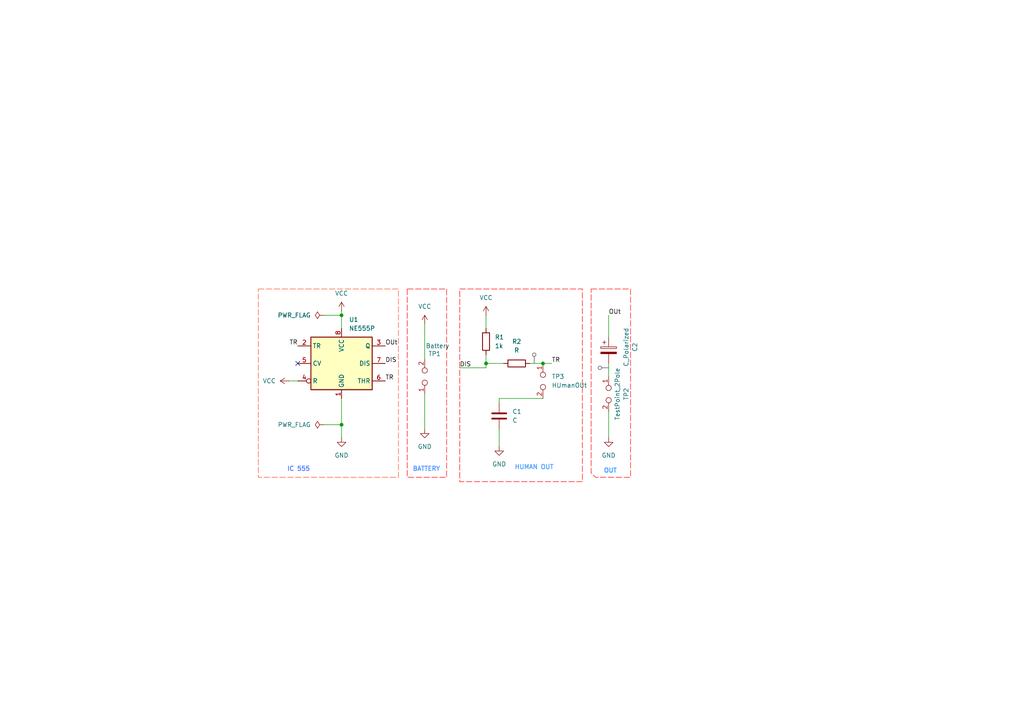
<source format=kicad_sch>
(kicad_sch
	(version 20250114)
	(generator "eeschema")
	(generator_version "9.0")
	(uuid "20b28942-5f7a-4f85-81a2-f1551f5b1a70")
	(paper "A4")
	(lib_symbols
		(symbol "Connector:TestPoint_2Pole"
			(pin_names
				(offset 0.762)
				(hide yes)
			)
			(exclude_from_sim no)
			(in_bom yes)
			(on_board yes)
			(property "Reference" "TP"
				(at 0 1.524 0)
				(effects
					(font
						(size 1.27 1.27)
					)
				)
			)
			(property "Value" "TestPoint_2Pole"
				(at 0 -1.778 0)
				(effects
					(font
						(size 1.27 1.27)
					)
				)
			)
			(property "Footprint" ""
				(at 0 0 0)
				(effects
					(font
						(size 1.27 1.27)
					)
					(hide yes)
				)
			)
			(property "Datasheet" "~"
				(at 0 0 0)
				(effects
					(font
						(size 1.27 1.27)
					)
					(hide yes)
				)
			)
			(property "Description" "2-polar test point"
				(at 0 0 0)
				(effects
					(font
						(size 1.27 1.27)
					)
					(hide yes)
				)
			)
			(property "ki_keywords" "point tp"
				(at 0 0 0)
				(effects
					(font
						(size 1.27 1.27)
					)
					(hide yes)
				)
			)
			(property "ki_fp_filters" "Pin* Test*"
				(at 0 0 0)
				(effects
					(font
						(size 1.27 1.27)
					)
					(hide yes)
				)
			)
			(symbol "TestPoint_2Pole_0_1"
				(circle
					(center -1.778 0)
					(radius 0.762)
					(stroke
						(width 0)
						(type default)
					)
					(fill
						(type none)
					)
				)
				(circle
					(center 1.778 0)
					(radius 0.762)
					(stroke
						(width 0)
						(type default)
					)
					(fill
						(type none)
					)
				)
				(pin passive line
					(at -5.08 0 0)
					(length 2.54)
					(name "1"
						(effects
							(font
								(size 1.27 1.27)
							)
						)
					)
					(number "1"
						(effects
							(font
								(size 1.27 1.27)
							)
						)
					)
				)
				(pin passive line
					(at 5.08 0 180)
					(length 2.54)
					(name "2"
						(effects
							(font
								(size 1.27 1.27)
							)
						)
					)
					(number "2"
						(effects
							(font
								(size 1.27 1.27)
							)
						)
					)
				)
			)
			(embedded_fonts no)
		)
		(symbol "Device:C"
			(pin_numbers
				(hide yes)
			)
			(pin_names
				(offset 0.254)
			)
			(exclude_from_sim no)
			(in_bom yes)
			(on_board yes)
			(property "Reference" "C"
				(at 0.635 2.54 0)
				(effects
					(font
						(size 1.27 1.27)
					)
					(justify left)
				)
			)
			(property "Value" "C"
				(at 0.635 -2.54 0)
				(effects
					(font
						(size 1.27 1.27)
					)
					(justify left)
				)
			)
			(property "Footprint" ""
				(at 0.9652 -3.81 0)
				(effects
					(font
						(size 1.27 1.27)
					)
					(hide yes)
				)
			)
			(property "Datasheet" "~"
				(at 0 0 0)
				(effects
					(font
						(size 1.27 1.27)
					)
					(hide yes)
				)
			)
			(property "Description" "Unpolarized capacitor"
				(at 0 0 0)
				(effects
					(font
						(size 1.27 1.27)
					)
					(hide yes)
				)
			)
			(property "ki_keywords" "cap capacitor"
				(at 0 0 0)
				(effects
					(font
						(size 1.27 1.27)
					)
					(hide yes)
				)
			)
			(property "ki_fp_filters" "C_*"
				(at 0 0 0)
				(effects
					(font
						(size 1.27 1.27)
					)
					(hide yes)
				)
			)
			(symbol "C_0_1"
				(polyline
					(pts
						(xy -2.032 0.762) (xy 2.032 0.762)
					)
					(stroke
						(width 0.508)
						(type default)
					)
					(fill
						(type none)
					)
				)
				(polyline
					(pts
						(xy -2.032 -0.762) (xy 2.032 -0.762)
					)
					(stroke
						(width 0.508)
						(type default)
					)
					(fill
						(type none)
					)
				)
			)
			(symbol "C_1_1"
				(pin passive line
					(at 0 3.81 270)
					(length 2.794)
					(name "~"
						(effects
							(font
								(size 1.27 1.27)
							)
						)
					)
					(number "1"
						(effects
							(font
								(size 1.27 1.27)
							)
						)
					)
				)
				(pin passive line
					(at 0 -3.81 90)
					(length 2.794)
					(name "~"
						(effects
							(font
								(size 1.27 1.27)
							)
						)
					)
					(number "2"
						(effects
							(font
								(size 1.27 1.27)
							)
						)
					)
				)
			)
			(embedded_fonts no)
		)
		(symbol "Device:C_Polarized"
			(pin_numbers
				(hide yes)
			)
			(pin_names
				(offset 0.254)
			)
			(exclude_from_sim no)
			(in_bom yes)
			(on_board yes)
			(property "Reference" "C"
				(at 0.635 2.54 0)
				(effects
					(font
						(size 1.27 1.27)
					)
					(justify left)
				)
			)
			(property "Value" "C_Polarized"
				(at 0.635 -2.54 0)
				(effects
					(font
						(size 1.27 1.27)
					)
					(justify left)
				)
			)
			(property "Footprint" ""
				(at 0.9652 -3.81 0)
				(effects
					(font
						(size 1.27 1.27)
					)
					(hide yes)
				)
			)
			(property "Datasheet" "~"
				(at 0 0 0)
				(effects
					(font
						(size 1.27 1.27)
					)
					(hide yes)
				)
			)
			(property "Description" "Polarized capacitor"
				(at 0 0 0)
				(effects
					(font
						(size 1.27 1.27)
					)
					(hide yes)
				)
			)
			(property "ki_keywords" "cap capacitor"
				(at 0 0 0)
				(effects
					(font
						(size 1.27 1.27)
					)
					(hide yes)
				)
			)
			(property "ki_fp_filters" "CP_*"
				(at 0 0 0)
				(effects
					(font
						(size 1.27 1.27)
					)
					(hide yes)
				)
			)
			(symbol "C_Polarized_0_1"
				(rectangle
					(start -2.286 0.508)
					(end 2.286 1.016)
					(stroke
						(width 0)
						(type default)
					)
					(fill
						(type none)
					)
				)
				(polyline
					(pts
						(xy -1.778 2.286) (xy -0.762 2.286)
					)
					(stroke
						(width 0)
						(type default)
					)
					(fill
						(type none)
					)
				)
				(polyline
					(pts
						(xy -1.27 2.794) (xy -1.27 1.778)
					)
					(stroke
						(width 0)
						(type default)
					)
					(fill
						(type none)
					)
				)
				(rectangle
					(start 2.286 -0.508)
					(end -2.286 -1.016)
					(stroke
						(width 0)
						(type default)
					)
					(fill
						(type outline)
					)
				)
			)
			(symbol "C_Polarized_1_1"
				(pin passive line
					(at 0 3.81 270)
					(length 2.794)
					(name "~"
						(effects
							(font
								(size 1.27 1.27)
							)
						)
					)
					(number "1"
						(effects
							(font
								(size 1.27 1.27)
							)
						)
					)
				)
				(pin passive line
					(at 0 -3.81 90)
					(length 2.794)
					(name "~"
						(effects
							(font
								(size 1.27 1.27)
							)
						)
					)
					(number "2"
						(effects
							(font
								(size 1.27 1.27)
							)
						)
					)
				)
			)
			(embedded_fonts no)
		)
		(symbol "Device:R"
			(pin_numbers
				(hide yes)
			)
			(pin_names
				(offset 0)
			)
			(exclude_from_sim no)
			(in_bom yes)
			(on_board yes)
			(property "Reference" "R"
				(at 2.032 0 90)
				(effects
					(font
						(size 1.27 1.27)
					)
				)
			)
			(property "Value" "R"
				(at 0 0 90)
				(effects
					(font
						(size 1.27 1.27)
					)
				)
			)
			(property "Footprint" ""
				(at -1.778 0 90)
				(effects
					(font
						(size 1.27 1.27)
					)
					(hide yes)
				)
			)
			(property "Datasheet" "~"
				(at 0 0 0)
				(effects
					(font
						(size 1.27 1.27)
					)
					(hide yes)
				)
			)
			(property "Description" "Resistor"
				(at 0 0 0)
				(effects
					(font
						(size 1.27 1.27)
					)
					(hide yes)
				)
			)
			(property "ki_keywords" "R res resistor"
				(at 0 0 0)
				(effects
					(font
						(size 1.27 1.27)
					)
					(hide yes)
				)
			)
			(property "ki_fp_filters" "R_*"
				(at 0 0 0)
				(effects
					(font
						(size 1.27 1.27)
					)
					(hide yes)
				)
			)
			(symbol "R_0_1"
				(rectangle
					(start -1.016 -2.54)
					(end 1.016 2.54)
					(stroke
						(width 0.254)
						(type default)
					)
					(fill
						(type none)
					)
				)
			)
			(symbol "R_1_1"
				(pin passive line
					(at 0 3.81 270)
					(length 1.27)
					(name "~"
						(effects
							(font
								(size 1.27 1.27)
							)
						)
					)
					(number "1"
						(effects
							(font
								(size 1.27 1.27)
							)
						)
					)
				)
				(pin passive line
					(at 0 -3.81 90)
					(length 1.27)
					(name "~"
						(effects
							(font
								(size 1.27 1.27)
							)
						)
					)
					(number "2"
						(effects
							(font
								(size 1.27 1.27)
							)
						)
					)
				)
			)
			(embedded_fonts no)
		)
		(symbol "Timer:NE555P"
			(exclude_from_sim no)
			(in_bom yes)
			(on_board yes)
			(property "Reference" "U"
				(at -10.16 8.89 0)
				(effects
					(font
						(size 1.27 1.27)
					)
					(justify left)
				)
			)
			(property "Value" "NE555P"
				(at 2.54 8.89 0)
				(effects
					(font
						(size 1.27 1.27)
					)
					(justify left)
				)
			)
			(property "Footprint" "Package_DIP:DIP-8_W7.62mm"
				(at 16.51 -10.16 0)
				(effects
					(font
						(size 1.27 1.27)
					)
					(hide yes)
				)
			)
			(property "Datasheet" "http://www.ti.com/lit/ds/symlink/ne555.pdf"
				(at 21.59 -10.16 0)
				(effects
					(font
						(size 1.27 1.27)
					)
					(hide yes)
				)
			)
			(property "Description" "Precision Timers, 555 compatible,  PDIP-8"
				(at 0 0 0)
				(effects
					(font
						(size 1.27 1.27)
					)
					(hide yes)
				)
			)
			(property "ki_keywords" "single timer 555"
				(at 0 0 0)
				(effects
					(font
						(size 1.27 1.27)
					)
					(hide yes)
				)
			)
			(property "ki_fp_filters" "DIP*W7.62mm*"
				(at 0 0 0)
				(effects
					(font
						(size 1.27 1.27)
					)
					(hide yes)
				)
			)
			(symbol "NE555P_0_0"
				(pin power_in line
					(at 0 10.16 270)
					(length 2.54)
					(name "VCC"
						(effects
							(font
								(size 1.27 1.27)
							)
						)
					)
					(number "8"
						(effects
							(font
								(size 1.27 1.27)
							)
						)
					)
				)
				(pin power_in line
					(at 0 -10.16 90)
					(length 2.54)
					(name "GND"
						(effects
							(font
								(size 1.27 1.27)
							)
						)
					)
					(number "1"
						(effects
							(font
								(size 1.27 1.27)
							)
						)
					)
				)
			)
			(symbol "NE555P_0_1"
				(rectangle
					(start -8.89 -7.62)
					(end 8.89 7.62)
					(stroke
						(width 0.254)
						(type default)
					)
					(fill
						(type background)
					)
				)
				(rectangle
					(start -8.89 -7.62)
					(end 8.89 7.62)
					(stroke
						(width 0.254)
						(type default)
					)
					(fill
						(type background)
					)
				)
			)
			(symbol "NE555P_1_1"
				(pin input line
					(at -12.7 5.08 0)
					(length 3.81)
					(name "TR"
						(effects
							(font
								(size 1.27 1.27)
							)
						)
					)
					(number "2"
						(effects
							(font
								(size 1.27 1.27)
							)
						)
					)
				)
				(pin input line
					(at -12.7 0 0)
					(length 3.81)
					(name "CV"
						(effects
							(font
								(size 1.27 1.27)
							)
						)
					)
					(number "5"
						(effects
							(font
								(size 1.27 1.27)
							)
						)
					)
				)
				(pin input inverted
					(at -12.7 -5.08 0)
					(length 3.81)
					(name "R"
						(effects
							(font
								(size 1.27 1.27)
							)
						)
					)
					(number "4"
						(effects
							(font
								(size 1.27 1.27)
							)
						)
					)
				)
				(pin output line
					(at 12.7 5.08 180)
					(length 3.81)
					(name "Q"
						(effects
							(font
								(size 1.27 1.27)
							)
						)
					)
					(number "3"
						(effects
							(font
								(size 1.27 1.27)
							)
						)
					)
				)
				(pin input line
					(at 12.7 0 180)
					(length 3.81)
					(name "DIS"
						(effects
							(font
								(size 1.27 1.27)
							)
						)
					)
					(number "7"
						(effects
							(font
								(size 1.27 1.27)
							)
						)
					)
				)
				(pin input line
					(at 12.7 -5.08 180)
					(length 3.81)
					(name "THR"
						(effects
							(font
								(size 1.27 1.27)
							)
						)
					)
					(number "6"
						(effects
							(font
								(size 1.27 1.27)
							)
						)
					)
				)
			)
			(embedded_fonts no)
		)
		(symbol "power:GND"
			(power)
			(pin_numbers
				(hide yes)
			)
			(pin_names
				(offset 0)
				(hide yes)
			)
			(exclude_from_sim no)
			(in_bom yes)
			(on_board yes)
			(property "Reference" "#PWR"
				(at 0 -6.35 0)
				(effects
					(font
						(size 1.27 1.27)
					)
					(hide yes)
				)
			)
			(property "Value" "GND"
				(at 0 -3.81 0)
				(effects
					(font
						(size 1.27 1.27)
					)
				)
			)
			(property "Footprint" ""
				(at 0 0 0)
				(effects
					(font
						(size 1.27 1.27)
					)
					(hide yes)
				)
			)
			(property "Datasheet" ""
				(at 0 0 0)
				(effects
					(font
						(size 1.27 1.27)
					)
					(hide yes)
				)
			)
			(property "Description" "Power symbol creates a global label with name \"GND\" , ground"
				(at 0 0 0)
				(effects
					(font
						(size 1.27 1.27)
					)
					(hide yes)
				)
			)
			(property "ki_keywords" "global power"
				(at 0 0 0)
				(effects
					(font
						(size 1.27 1.27)
					)
					(hide yes)
				)
			)
			(symbol "GND_0_1"
				(polyline
					(pts
						(xy 0 0) (xy 0 -1.27) (xy 1.27 -1.27) (xy 0 -2.54) (xy -1.27 -1.27) (xy 0 -1.27)
					)
					(stroke
						(width 0)
						(type default)
					)
					(fill
						(type none)
					)
				)
			)
			(symbol "GND_1_1"
				(pin power_in line
					(at 0 0 270)
					(length 0)
					(name "~"
						(effects
							(font
								(size 1.27 1.27)
							)
						)
					)
					(number "1"
						(effects
							(font
								(size 1.27 1.27)
							)
						)
					)
				)
			)
			(embedded_fonts no)
		)
		(symbol "power:PWR_FLAG"
			(power)
			(pin_numbers
				(hide yes)
			)
			(pin_names
				(offset 0)
				(hide yes)
			)
			(exclude_from_sim no)
			(in_bom yes)
			(on_board yes)
			(property "Reference" "#FLG"
				(at 0 1.905 0)
				(effects
					(font
						(size 1.27 1.27)
					)
					(hide yes)
				)
			)
			(property "Value" "PWR_FLAG"
				(at 0 3.81 0)
				(effects
					(font
						(size 1.27 1.27)
					)
				)
			)
			(property "Footprint" ""
				(at 0 0 0)
				(effects
					(font
						(size 1.27 1.27)
					)
					(hide yes)
				)
			)
			(property "Datasheet" "~"
				(at 0 0 0)
				(effects
					(font
						(size 1.27 1.27)
					)
					(hide yes)
				)
			)
			(property "Description" "Special symbol for telling ERC where power comes from"
				(at 0 0 0)
				(effects
					(font
						(size 1.27 1.27)
					)
					(hide yes)
				)
			)
			(property "ki_keywords" "flag power"
				(at 0 0 0)
				(effects
					(font
						(size 1.27 1.27)
					)
					(hide yes)
				)
			)
			(symbol "PWR_FLAG_0_0"
				(pin power_out line
					(at 0 0 90)
					(length 0)
					(name "~"
						(effects
							(font
								(size 1.27 1.27)
							)
						)
					)
					(number "1"
						(effects
							(font
								(size 1.27 1.27)
							)
						)
					)
				)
			)
			(symbol "PWR_FLAG_0_1"
				(polyline
					(pts
						(xy 0 0) (xy 0 1.27) (xy -1.016 1.905) (xy 0 2.54) (xy 1.016 1.905) (xy 0 1.27)
					)
					(stroke
						(width 0)
						(type default)
					)
					(fill
						(type none)
					)
				)
			)
			(embedded_fonts no)
		)
		(symbol "power:VCC"
			(power)
			(pin_numbers
				(hide yes)
			)
			(pin_names
				(offset 0)
				(hide yes)
			)
			(exclude_from_sim no)
			(in_bom yes)
			(on_board yes)
			(property "Reference" "#PWR"
				(at 0 -3.81 0)
				(effects
					(font
						(size 1.27 1.27)
					)
					(hide yes)
				)
			)
			(property "Value" "VCC"
				(at 0 3.556 0)
				(effects
					(font
						(size 1.27 1.27)
					)
				)
			)
			(property "Footprint" ""
				(at 0 0 0)
				(effects
					(font
						(size 1.27 1.27)
					)
					(hide yes)
				)
			)
			(property "Datasheet" ""
				(at 0 0 0)
				(effects
					(font
						(size 1.27 1.27)
					)
					(hide yes)
				)
			)
			(property "Description" "Power symbol creates a global label with name \"VCC\""
				(at 0 0 0)
				(effects
					(font
						(size 1.27 1.27)
					)
					(hide yes)
				)
			)
			(property "ki_keywords" "global power"
				(at 0 0 0)
				(effects
					(font
						(size 1.27 1.27)
					)
					(hide yes)
				)
			)
			(symbol "VCC_0_1"
				(polyline
					(pts
						(xy -0.762 1.27) (xy 0 2.54)
					)
					(stroke
						(width 0)
						(type default)
					)
					(fill
						(type none)
					)
				)
				(polyline
					(pts
						(xy 0 2.54) (xy 0.762 1.27)
					)
					(stroke
						(width 0)
						(type default)
					)
					(fill
						(type none)
					)
				)
				(polyline
					(pts
						(xy 0 0) (xy 0 2.54)
					)
					(stroke
						(width 0)
						(type default)
					)
					(fill
						(type none)
					)
				)
			)
			(symbol "VCC_1_1"
				(pin power_in line
					(at 0 0 90)
					(length 0)
					(name "~"
						(effects
							(font
								(size 1.27 1.27)
							)
						)
					)
					(number "1"
						(effects
							(font
								(size 1.27 1.27)
							)
						)
					)
				)
			)
			(embedded_fonts no)
		)
	)
	(text "BATTERY"
		(exclude_from_sim no)
		(at 123.698 136.144 0)
		(effects
			(font
				(size 1.27 1.27)
				(thickness 0.254)
				(bold yes)
				(color 88 153 255 1)
			)
		)
		(uuid "33dafb1d-f681-4b22-b67f-84cdd6d00ec7")
	)
	(text "IC 555"
		(exclude_from_sim no)
		(at 86.614 136.144 0)
		(effects
			(font
				(size 1.27 1.27)
				(thickness 0.254)
				(bold yes)
				(color 93 133 255 1)
			)
		)
		(uuid "433ec828-6be0-46f5-93c5-6eceb3aefc07")
	)
	(text "OUT"
		(exclude_from_sim no)
		(at 177.038 136.652 0)
		(effects
			(font
				(size 1.27 1.27)
				(thickness 0.254)
				(bold yes)
				(color 62 160 255 1)
			)
		)
		(uuid "677d3300-fdc1-44e3-842e-5c0909d79f8e")
	)
	(text "HUMAN OUT"
		(exclude_from_sim no)
		(at 154.94 135.636 0)
		(effects
			(font
				(size 1.27 1.27)
				(thickness 0.254)
				(bold yes)
				(color 93 165 255 1)
			)
		)
		(uuid "edb2dcdc-d461-4c0f-8643-7a3e3e2b3fb8")
	)
	(junction
		(at 140.97 105.41)
		(diameter 0)
		(color 0 0 0 0)
		(uuid "47a29a98-82d9-4845-82cf-848e72e69764")
	)
	(junction
		(at 99.06 91.44)
		(diameter 0)
		(color 0 0 0 0)
		(uuid "5e6bda6c-7a53-436c-a0b9-84cc583442f1")
	)
	(junction
		(at 99.06 123.19)
		(diameter 0)
		(color 0 0 0 0)
		(uuid "c7fee593-26b6-4b26-94a4-dbfd23805003")
	)
	(junction
		(at 157.48 105.41)
		(diameter 0)
		(color 0 0 0 0)
		(uuid "da096bcc-6d8d-44a1-af5c-fc364c8ac61f")
	)
	(no_connect
		(at 86.36 105.41)
		(uuid "a55066a3-fd4e-4575-8463-381ca5e754dd")
	)
	(wire
		(pts
			(xy 83.82 110.49) (xy 86.36 110.49)
		)
		(stroke
			(width 0)
			(type default)
		)
		(uuid "004458e1-2211-435e-9030-a079058a58bd")
	)
	(wire
		(pts
			(xy 144.78 124.46) (xy 144.78 129.54)
		)
		(stroke
			(width 0)
			(type default)
		)
		(uuid "1238246c-a5d0-456e-a3db-d17af00b3c0c")
	)
	(wire
		(pts
			(xy 133.35 106.68) (xy 140.97 106.68)
		)
		(stroke
			(width 0)
			(type default)
		)
		(uuid "20d2a22c-e039-4ff5-b56b-ad1031e86d06")
	)
	(wire
		(pts
			(xy 93.98 123.19) (xy 99.06 123.19)
		)
		(stroke
			(width 0)
			(type default)
		)
		(uuid "247a5b31-8ac4-4f22-b895-3804572c05c7")
	)
	(wire
		(pts
			(xy 123.19 114.3) (xy 123.19 124.46)
		)
		(stroke
			(width 0)
			(type default)
		)
		(uuid "304d914c-4b93-401c-b087-64eb29107af6")
	)
	(wire
		(pts
			(xy 99.06 115.57) (xy 99.06 123.19)
		)
		(stroke
			(width 0)
			(type default)
		)
		(uuid "33fb66ea-079f-45a8-b6a7-a3e8a3b0e1eb")
	)
	(wire
		(pts
			(xy 153.67 105.41) (xy 157.48 105.41)
		)
		(stroke
			(width 0)
			(type default)
		)
		(uuid "3cbcddd1-20ca-4550-8a81-2a6ef7ad8fe7")
	)
	(wire
		(pts
			(xy 157.48 105.41) (xy 160.02 105.41)
		)
		(stroke
			(width 0)
			(type default)
		)
		(uuid "4248f06b-7d26-4834-a8b4-eb0ac97a7d93")
	)
	(wire
		(pts
			(xy 140.97 105.41) (xy 146.05 105.41)
		)
		(stroke
			(width 0)
			(type default)
		)
		(uuid "4a324198-7416-4a0f-a32c-e2bd14da1d2d")
	)
	(wire
		(pts
			(xy 99.06 91.44) (xy 99.06 95.25)
		)
		(stroke
			(width 0)
			(type default)
		)
		(uuid "52b0157f-df3a-4a49-b52c-df2d3146030c")
	)
	(wire
		(pts
			(xy 144.78 115.57) (xy 157.48 115.57)
		)
		(stroke
			(width 0)
			(type default)
		)
		(uuid "7156c2b7-f85c-4ff1-8279-784393272643")
	)
	(wire
		(pts
			(xy 99.06 90.17) (xy 99.06 91.44)
		)
		(stroke
			(width 0)
			(type default)
		)
		(uuid "7edf6889-7dc0-49f2-a4b2-cac81644f56e")
	)
	(wire
		(pts
			(xy 123.19 93.98) (xy 123.19 104.14)
		)
		(stroke
			(width 0)
			(type default)
		)
		(uuid "8012a3b8-cb9f-4136-b116-039ce607670a")
	)
	(wire
		(pts
			(xy 140.97 102.87) (xy 140.97 105.41)
		)
		(stroke
			(width 0)
			(type default)
		)
		(uuid "85b4cc98-68fc-44b3-9b3e-578f8ad1d081")
	)
	(wire
		(pts
			(xy 176.53 91.44) (xy 176.53 97.79)
		)
		(stroke
			(width 0)
			(type default)
		)
		(uuid "880ef026-83ff-4f70-b4df-020997b111ee")
	)
	(wire
		(pts
			(xy 140.97 106.68) (xy 140.97 105.41)
		)
		(stroke
			(width 0)
			(type default)
		)
		(uuid "96a0958d-4d7b-4878-b218-0c7dd8df1945")
	)
	(wire
		(pts
			(xy 93.98 91.44) (xy 99.06 91.44)
		)
		(stroke
			(width 0)
			(type default)
		)
		(uuid "96f30b05-8ffe-46bc-90aa-62989253e608")
	)
	(wire
		(pts
			(xy 140.97 91.44) (xy 140.97 95.25)
		)
		(stroke
			(width 0)
			(type default)
		)
		(uuid "a9efaeb0-70e4-47aa-acf9-46c95811ce37")
	)
	(wire
		(pts
			(xy 99.06 123.19) (xy 99.06 127)
		)
		(stroke
			(width 0)
			(type default)
		)
		(uuid "d282d311-b9af-4058-b8fa-ab4f27665e8d")
	)
	(wire
		(pts
			(xy 176.53 119.38) (xy 176.53 127)
		)
		(stroke
			(width 0)
			(type default)
		)
		(uuid "e8b2152d-7a02-4ba9-a69c-13b490342520")
	)
	(wire
		(pts
			(xy 144.78 115.57) (xy 144.78 116.84)
		)
		(stroke
			(width 0)
			(type default)
		)
		(uuid "ec22a5e4-bf5e-4ef7-ba87-4e433e24ec26")
	)
	(wire
		(pts
			(xy 176.53 105.41) (xy 176.53 109.22)
		)
		(stroke
			(width 0)
			(type default)
		)
		(uuid "f49a107c-5cfd-4387-a44d-fe79755d5db0")
	)
	(label "TR"
		(at 111.76 110.49 0)
		(effects
			(font
				(size 1.27 1.27)
			)
			(justify left bottom)
		)
		(uuid "2b67f20e-aebb-472b-a7e4-9f535d6c28bb")
	)
	(label "TR"
		(at 86.36 100.33 180)
		(effects
			(font
				(size 1.27 1.27)
			)
			(justify right bottom)
		)
		(uuid "3196b4d6-7ca2-4c39-8871-1cb37167a8b0")
	)
	(label "DIS"
		(at 111.76 105.41 0)
		(effects
			(font
				(size 1.27 1.27)
			)
			(justify left bottom)
		)
		(uuid "366fa314-6d93-4d64-8f00-dbe9118cd87a")
	)
	(label "OUt"
		(at 111.76 100.33 0)
		(effects
			(font
				(size 1.27 1.27)
			)
			(justify left bottom)
		)
		(uuid "40339888-d296-46d8-bab3-8eb9dcff0c4a")
	)
	(label "DIS"
		(at 133.35 106.68 0)
		(effects
			(font
				(size 1.27 1.27)
			)
			(justify left bottom)
		)
		(uuid "4e917981-f84c-43a8-8320-cdca3c679917")
	)
	(label "TR"
		(at 160.02 105.41 0)
		(effects
			(font
				(size 1.27 1.27)
			)
			(justify left bottom)
		)
		(uuid "b1256aa8-076b-452d-8eac-928d446aae93")
	)
	(label "OUt"
		(at 176.53 91.44 0)
		(effects
			(font
				(size 1.27 1.27)
			)
			(justify left bottom)
		)
		(uuid "fd15681b-6904-4133-b1e0-474ddcaca5bc")
	)
	(rule_area
		(polyline
			(pts
				(xy 133.35 83.82) (xy 168.91 83.82) (xy 168.91 139.7) (xy 133.35 139.7)
			)
			(stroke
				(width 0)
				(type dash)
			)
			(fill
				(type none)
			)
			(uuid 8d559495-e98e-489c-a5f1-e1c7cbd00223)
		)
	)
	(rule_area
		(polyline
			(pts
				(xy 171.45 83.82) (xy 182.88 83.82) (xy 182.88 138.43) (xy 172.72 138.43) (xy 171.45 137.16)
			)
			(stroke
				(width 0)
				(type dash)
			)
			(fill
				(type none)
			)
			(uuid 998bc419-5a41-4a79-8c45-f87438863ee2)
		)
	)
	(rule_area
		(polyline
			(pts
				(xy 118.11 83.82) (xy 118.11 138.43) (xy 129.54 138.43) (xy 129.54 83.82)
			)
			(stroke
				(width 0)
				(type dash)
			)
			(fill
				(type none)
			)
			(uuid c31b3064-09e3-4641-9b7d-6b4b44f62de4)
		)
	)
	(rule_area
		(polyline
			(pts
				(xy 74.93 83.82) (xy 115.57 83.82) (xy 115.57 138.43) (xy 74.93 138.43)
			)
			(stroke
				(width 0)
				(type dash)
				(color 255 76 35 1)
			)
			(fill
				(type none)
			)
			(uuid cfd003b9-1749-48a1-bb59-ec03348e1b3c)
		)
	)
	(netclass_flag ""
		(length 2.54)
		(shape round)
		(at 176.53 106.68 90)
		(fields_autoplaced yes)
		(effects
			(font
				(size 1.27 1.27)
			)
			(justify left bottom)
		)
		(uuid "32ba28be-8532-4ced-8453-0f9eeefe7ee5")
		(property "Netclass" "Signal"
			(at 173.99 105.9815 90)
			(effects
				(font
					(size 1.27 1.27)
				)
				(justify left)
				(hide yes)
			)
		)
		(property "Component Class" ""
			(at -19.05 -24.13 0)
			(effects
				(font
					(size 1.27 1.27)
					(italic yes)
				)
			)
		)
	)
	(netclass_flag ""
		(length 2.54)
		(shape round)
		(at 154.94 105.41 0)
		(fields_autoplaced yes)
		(effects
			(font
				(size 1.27 1.27)
			)
			(justify left bottom)
		)
		(uuid "430edd37-e7ba-45e8-8442-9a172629e714")
		(property "Netclass" "Signal"
			(at 155.6385 102.87 0)
			(effects
				(font
					(size 1.27 1.27)
				)
				(justify left)
				(hide yes)
			)
		)
		(property "Component Class" ""
			(at -40.64 -22.86 0)
			(effects
				(font
					(size 1.27 1.27)
					(italic yes)
				)
			)
		)
	)
	(symbol
		(lib_id "Device:R")
		(at 149.86 105.41 90)
		(unit 1)
		(exclude_from_sim no)
		(in_bom yes)
		(on_board yes)
		(dnp no)
		(fields_autoplaced yes)
		(uuid "2260482d-f60a-4cd2-a6db-3012a010d4e5")
		(property "Reference" "R2"
			(at 149.86 99.06 90)
			(effects
				(font
					(size 1.27 1.27)
				)
			)
		)
		(property "Value" "R"
			(at 149.86 101.6 90)
			(effects
				(font
					(size 1.27 1.27)
				)
			)
		)
		(property "Footprint" "Resistor_THT:R_Axial_DIN0207_L6.3mm_D2.5mm_P15.24mm_Horizontal"
			(at 149.86 107.188 90)
			(effects
				(font
					(size 1.27 1.27)
				)
				(hide yes)
			)
		)
		(property "Datasheet" "~"
			(at 149.86 105.41 0)
			(effects
				(font
					(size 1.27 1.27)
				)
				(hide yes)
			)
		)
		(property "Description" "Resistor"
			(at 149.86 105.41 0)
			(effects
				(font
					(size 1.27 1.27)
				)
				(hide yes)
			)
		)
		(pin "2"
			(uuid "0421b69d-9f59-4697-8fee-d9860439cca1")
		)
		(pin "1"
			(uuid "a97d4a6e-3fa6-4f15-abe2-390a69b699c7")
		)
		(instances
			(project ""
				(path "/20b28942-5f7a-4f85-81a2-f1551f5b1a70"
					(reference "R2")
					(unit 1)
				)
			)
		)
	)
	(symbol
		(lib_id "Connector:TestPoint_2Pole")
		(at 176.53 114.3 270)
		(unit 1)
		(exclude_from_sim no)
		(in_bom yes)
		(on_board yes)
		(dnp no)
		(fields_autoplaced yes)
		(uuid "2ba44282-a7f3-4cee-b533-503cf88c3c70")
		(property "Reference" "TP2"
			(at 181.61 114.3 0)
			(effects
				(font
					(size 1.27 1.27)
				)
			)
		)
		(property "Value" "TestPoint_2Pole"
			(at 179.07 114.3 0)
			(effects
				(font
					(size 1.27 1.27)
				)
			)
		)
		(property "Footprint" "Connector_PinSocket_2.54mm:PinSocket_1x02_P2.54mm_Vertical"
			(at 176.53 114.3 0)
			(effects
				(font
					(size 1.27 1.27)
				)
				(hide yes)
			)
		)
		(property "Datasheet" "~"
			(at 176.53 114.3 0)
			(effects
				(font
					(size 1.27 1.27)
				)
				(hide yes)
			)
		)
		(property "Description" "2-polar test point"
			(at 176.53 114.3 0)
			(effects
				(font
					(size 1.27 1.27)
				)
				(hide yes)
			)
		)
		(pin "1"
			(uuid "75097ebc-0a7f-4b1a-8540-e3ddd6911e55")
		)
		(pin "2"
			(uuid "063c6e02-ef1a-4f84-a825-c0c70cd9dd4f")
		)
		(instances
			(project ""
				(path "/20b28942-5f7a-4f85-81a2-f1551f5b1a70"
					(reference "TP2")
					(unit 1)
				)
			)
		)
	)
	(symbol
		(lib_id "Connector:TestPoint_2Pole")
		(at 123.19 109.22 90)
		(unit 1)
		(exclude_from_sim no)
		(in_bom yes)
		(on_board yes)
		(dnp no)
		(uuid "349adfe5-ee41-4523-804d-1bc54bc757d3")
		(property "Reference" "TP1"
			(at 124.206 102.6159 90)
			(effects
				(font
					(size 1.27 1.27)
				)
				(justify right)
			)
		)
		(property "Value" "Battery"
			(at 123.444 100.33 90)
			(effects
				(font
					(size 1.27 1.27)
				)
				(justify right)
			)
		)
		(property "Footprint" "Connector_PinSocket_2.54mm:PinSocket_1x02_P2.54mm_Vertical"
			(at 123.19 109.22 0)
			(effects
				(font
					(size 1.27 1.27)
				)
				(hide yes)
			)
		)
		(property "Datasheet" "~"
			(at 123.19 109.22 0)
			(effects
				(font
					(size 1.27 1.27)
				)
				(hide yes)
			)
		)
		(property "Description" "2-polar test point"
			(at 123.19 109.22 0)
			(effects
				(font
					(size 1.27 1.27)
				)
				(hide yes)
			)
		)
		(pin "1"
			(uuid "6bcbf111-708c-4cc7-8145-2be707f82150")
		)
		(pin "2"
			(uuid "60c5f907-51bc-43fb-99fd-554c05bc7bdf")
		)
		(instances
			(project ""
				(path "/20b28942-5f7a-4f85-81a2-f1551f5b1a70"
					(reference "TP1")
					(unit 1)
				)
			)
		)
	)
	(symbol
		(lib_id "Device:C_Polarized")
		(at 176.53 101.6 0)
		(unit 1)
		(exclude_from_sim no)
		(in_bom yes)
		(on_board yes)
		(dnp no)
		(fields_autoplaced yes)
		(uuid "3874c7b0-a305-4bf2-91ef-6e55bdd67fc1")
		(property "Reference" "C2"
			(at 184.15 100.711 90)
			(effects
				(font
					(size 1.27 1.27)
				)
			)
		)
		(property "Value" "C_Polarized"
			(at 181.61 100.711 90)
			(effects
				(font
					(size 1.27 1.27)
				)
			)
		)
		(property "Footprint" "Capacitor_THT:C_Radial_D8.0mm_H11.5mm_P3.50mm"
			(at 177.4952 105.41 0)
			(effects
				(font
					(size 1.27 1.27)
				)
				(hide yes)
			)
		)
		(property "Datasheet" "~"
			(at 176.53 101.6 0)
			(effects
				(font
					(size 1.27 1.27)
				)
				(hide yes)
			)
		)
		(property "Description" "Polarized capacitor"
			(at 176.53 101.6 0)
			(effects
				(font
					(size 1.27 1.27)
				)
				(hide yes)
			)
		)
		(pin "1"
			(uuid "9812f033-9868-44ff-9e7c-266ba9e70077")
		)
		(pin "2"
			(uuid "d027af20-f75c-41b9-ba06-1a9e127700ae")
		)
		(instances
			(project ""
				(path "/20b28942-5f7a-4f85-81a2-f1551f5b1a70"
					(reference "C2")
					(unit 1)
				)
			)
		)
	)
	(symbol
		(lib_id "power:VCC")
		(at 99.06 90.17 0)
		(unit 1)
		(exclude_from_sim no)
		(in_bom yes)
		(on_board yes)
		(dnp no)
		(fields_autoplaced yes)
		(uuid "3a6f8706-5f4f-4e5b-85ed-433ab5841711")
		(property "Reference" "#PWR01"
			(at 99.06 93.98 0)
			(effects
				(font
					(size 1.27 1.27)
				)
				(hide yes)
			)
		)
		(property "Value" "VCC"
			(at 99.06 85.09 0)
			(effects
				(font
					(size 1.27 1.27)
				)
			)
		)
		(property "Footprint" ""
			(at 99.06 90.17 0)
			(effects
				(font
					(size 1.27 1.27)
				)
				(hide yes)
			)
		)
		(property "Datasheet" ""
			(at 99.06 90.17 0)
			(effects
				(font
					(size 1.27 1.27)
				)
				(hide yes)
			)
		)
		(property "Description" "Power symbol creates a global label with name \"VCC\""
			(at 99.06 90.17 0)
			(effects
				(font
					(size 1.27 1.27)
				)
				(hide yes)
			)
		)
		(pin "1"
			(uuid "ff5040d6-e6d7-43c6-ba21-e6598115b369")
		)
		(instances
			(project ""
				(path "/20b28942-5f7a-4f85-81a2-f1551f5b1a70"
					(reference "#PWR01")
					(unit 1)
				)
			)
		)
	)
	(symbol
		(lib_id "power:GND")
		(at 123.19 124.46 0)
		(unit 1)
		(exclude_from_sim no)
		(in_bom yes)
		(on_board yes)
		(dnp no)
		(fields_autoplaced yes)
		(uuid "472146b3-cf23-4e6c-b0c4-1c012e69630d")
		(property "Reference" "#PWR05"
			(at 123.19 130.81 0)
			(effects
				(font
					(size 1.27 1.27)
				)
				(hide yes)
			)
		)
		(property "Value" "GND"
			(at 123.19 129.54 0)
			(effects
				(font
					(size 1.27 1.27)
				)
			)
		)
		(property "Footprint" ""
			(at 123.19 124.46 0)
			(effects
				(font
					(size 1.27 1.27)
				)
				(hide yes)
			)
		)
		(property "Datasheet" ""
			(at 123.19 124.46 0)
			(effects
				(font
					(size 1.27 1.27)
				)
				(hide yes)
			)
		)
		(property "Description" "Power symbol creates a global label with name \"GND\" , ground"
			(at 123.19 124.46 0)
			(effects
				(font
					(size 1.27 1.27)
				)
				(hide yes)
			)
		)
		(pin "1"
			(uuid "13da4056-8a1d-4c4d-acab-3e4bd0e984fa")
		)
		(instances
			(project "Stem_Toy"
				(path "/20b28942-5f7a-4f85-81a2-f1551f5b1a70"
					(reference "#PWR05")
					(unit 1)
				)
			)
		)
	)
	(symbol
		(lib_id "power:GND")
		(at 99.06 127 0)
		(unit 1)
		(exclude_from_sim no)
		(in_bom yes)
		(on_board yes)
		(dnp no)
		(fields_autoplaced yes)
		(uuid "4bff20a0-9ab7-4e97-8a6a-15c83d280b22")
		(property "Reference" "#PWR03"
			(at 99.06 133.35 0)
			(effects
				(font
					(size 1.27 1.27)
				)
				(hide yes)
			)
		)
		(property "Value" "GND"
			(at 99.06 132.08 0)
			(effects
				(font
					(size 1.27 1.27)
				)
			)
		)
		(property "Footprint" ""
			(at 99.06 127 0)
			(effects
				(font
					(size 1.27 1.27)
				)
				(hide yes)
			)
		)
		(property "Datasheet" ""
			(at 99.06 127 0)
			(effects
				(font
					(size 1.27 1.27)
				)
				(hide yes)
			)
		)
		(property "Description" "Power symbol creates a global label with name \"GND\" , ground"
			(at 99.06 127 0)
			(effects
				(font
					(size 1.27 1.27)
				)
				(hide yes)
			)
		)
		(pin "1"
			(uuid "2e58ccf2-4c84-4e3e-9c3f-49eb00fc2383")
		)
		(instances
			(project "Stem_Toy"
				(path "/20b28942-5f7a-4f85-81a2-f1551f5b1a70"
					(reference "#PWR03")
					(unit 1)
				)
			)
		)
	)
	(symbol
		(lib_id "Connector:TestPoint_2Pole")
		(at 157.48 110.49 270)
		(unit 1)
		(exclude_from_sim no)
		(in_bom yes)
		(on_board yes)
		(dnp no)
		(fields_autoplaced yes)
		(uuid "58f182e6-bf49-47f1-9188-4bb165197ca0")
		(property "Reference" "TP3"
			(at 160.02 109.2199 90)
			(effects
				(font
					(size 1.27 1.27)
				)
				(justify left)
			)
		)
		(property "Value" "HUmanOUt"
			(at 160.02 111.7599 90)
			(effects
				(font
					(size 1.27 1.27)
				)
				(justify left)
			)
		)
		(property "Footprint" "Connector_PinSocket_2.54mm:PinSocket_1x02_P2.54mm_Vertical"
			(at 157.48 110.49 0)
			(effects
				(font
					(size 1.27 1.27)
				)
				(hide yes)
			)
		)
		(property "Datasheet" "~"
			(at 157.48 110.49 0)
			(effects
				(font
					(size 1.27 1.27)
				)
				(hide yes)
			)
		)
		(property "Description" "2-polar test point"
			(at 157.48 110.49 0)
			(effects
				(font
					(size 1.27 1.27)
				)
				(hide yes)
			)
		)
		(pin "1"
			(uuid "1991afe8-a863-4b8c-a452-69bedac6e706")
		)
		(pin "2"
			(uuid "498a8f24-44a3-42d1-b4c3-aaeacb7f71ff")
		)
		(instances
			(project ""
				(path "/20b28942-5f7a-4f85-81a2-f1551f5b1a70"
					(reference "TP3")
					(unit 1)
				)
			)
		)
	)
	(symbol
		(lib_id "power:VCC")
		(at 83.82 110.49 90)
		(unit 1)
		(exclude_from_sim no)
		(in_bom yes)
		(on_board yes)
		(dnp no)
		(fields_autoplaced yes)
		(uuid "61eb2ff5-dff2-4a7a-9ac7-8f058d68b53c")
		(property "Reference" "#PWR08"
			(at 87.63 110.49 0)
			(effects
				(font
					(size 1.27 1.27)
				)
				(hide yes)
			)
		)
		(property "Value" "VCC"
			(at 80.01 110.4899 90)
			(effects
				(font
					(size 1.27 1.27)
				)
				(justify left)
			)
		)
		(property "Footprint" ""
			(at 83.82 110.49 0)
			(effects
				(font
					(size 1.27 1.27)
				)
				(hide yes)
			)
		)
		(property "Datasheet" ""
			(at 83.82 110.49 0)
			(effects
				(font
					(size 1.27 1.27)
				)
				(hide yes)
			)
		)
		(property "Description" "Power symbol creates a global label with name \"VCC\""
			(at 83.82 110.49 0)
			(effects
				(font
					(size 1.27 1.27)
				)
				(hide yes)
			)
		)
		(pin "1"
			(uuid "fa229bfb-8afd-4e0e-98a4-7b92d542d074")
		)
		(instances
			(project "Stem_Toy"
				(path "/20b28942-5f7a-4f85-81a2-f1551f5b1a70"
					(reference "#PWR08")
					(unit 1)
				)
			)
		)
	)
	(symbol
		(lib_id "power:PWR_FLAG")
		(at 93.98 123.19 90)
		(unit 1)
		(exclude_from_sim no)
		(in_bom yes)
		(on_board yes)
		(dnp no)
		(fields_autoplaced yes)
		(uuid "7f3ae919-ad82-4132-9d02-e42408879198")
		(property "Reference" "#FLG02"
			(at 92.075 123.19 0)
			(effects
				(font
					(size 1.27 1.27)
				)
				(hide yes)
			)
		)
		(property "Value" "PWR_FLAG"
			(at 90.17 123.1899 90)
			(effects
				(font
					(size 1.27 1.27)
				)
				(justify left)
			)
		)
		(property "Footprint" ""
			(at 93.98 123.19 0)
			(effects
				(font
					(size 1.27 1.27)
				)
				(hide yes)
			)
		)
		(property "Datasheet" "~"
			(at 93.98 123.19 0)
			(effects
				(font
					(size 1.27 1.27)
				)
				(hide yes)
			)
		)
		(property "Description" "Special symbol for telling ERC where power comes from"
			(at 93.98 123.19 0)
			(effects
				(font
					(size 1.27 1.27)
				)
				(hide yes)
			)
		)
		(pin "1"
			(uuid "72b87ae3-a65d-4949-b63d-b5c213ba7565")
		)
		(instances
			(project ""
				(path "/20b28942-5f7a-4f85-81a2-f1551f5b1a70"
					(reference "#FLG02")
					(unit 1)
				)
			)
		)
	)
	(symbol
		(lib_id "Device:C")
		(at 144.78 120.65 0)
		(unit 1)
		(exclude_from_sim no)
		(in_bom yes)
		(on_board yes)
		(dnp no)
		(fields_autoplaced yes)
		(uuid "88178131-ab17-488f-878a-33aa02c5d3ee")
		(property "Reference" "C1"
			(at 148.59 119.3799 0)
			(effects
				(font
					(size 1.27 1.27)
				)
				(justify left)
			)
		)
		(property "Value" "C"
			(at 148.59 121.9199 0)
			(effects
				(font
					(size 1.27 1.27)
				)
				(justify left)
			)
		)
		(property "Footprint" "Capacitor_THT:C_Disc_D9.0mm_W5.0mm_P10.00mm"
			(at 145.7452 124.46 0)
			(effects
				(font
					(size 1.27 1.27)
				)
				(hide yes)
			)
		)
		(property "Datasheet" "~"
			(at 144.78 120.65 0)
			(effects
				(font
					(size 1.27 1.27)
				)
				(hide yes)
			)
		)
		(property "Description" "Unpolarized capacitor"
			(at 144.78 120.65 0)
			(effects
				(font
					(size 1.27 1.27)
				)
				(hide yes)
			)
		)
		(pin "1"
			(uuid "e1b3d288-e5ba-461e-8489-c1c5f7f2785e")
		)
		(pin "2"
			(uuid "708d8881-75fe-44c7-8c36-1117c143a5e1")
		)
		(instances
			(project ""
				(path "/20b28942-5f7a-4f85-81a2-f1551f5b1a70"
					(reference "C1")
					(unit 1)
				)
			)
		)
	)
	(symbol
		(lib_id "power:VCC")
		(at 123.19 93.98 0)
		(unit 1)
		(exclude_from_sim no)
		(in_bom yes)
		(on_board yes)
		(dnp no)
		(fields_autoplaced yes)
		(uuid "89933f22-ec46-48aa-90b6-07897822fcb1")
		(property "Reference" "#PWR04"
			(at 123.19 97.79 0)
			(effects
				(font
					(size 1.27 1.27)
				)
				(hide yes)
			)
		)
		(property "Value" "VCC"
			(at 123.19 88.9 0)
			(effects
				(font
					(size 1.27 1.27)
				)
			)
		)
		(property "Footprint" ""
			(at 123.19 93.98 0)
			(effects
				(font
					(size 1.27 1.27)
				)
				(hide yes)
			)
		)
		(property "Datasheet" ""
			(at 123.19 93.98 0)
			(effects
				(font
					(size 1.27 1.27)
				)
				(hide yes)
			)
		)
		(property "Description" "Power symbol creates a global label with name \"VCC\""
			(at 123.19 93.98 0)
			(effects
				(font
					(size 1.27 1.27)
				)
				(hide yes)
			)
		)
		(pin "1"
			(uuid "247c5715-457b-4b9c-9bbe-83d3954ec0b0")
		)
		(instances
			(project "Stem_Toy"
				(path "/20b28942-5f7a-4f85-81a2-f1551f5b1a70"
					(reference "#PWR04")
					(unit 1)
				)
			)
		)
	)
	(symbol
		(lib_id "power:GND")
		(at 144.78 129.54 0)
		(unit 1)
		(exclude_from_sim no)
		(in_bom yes)
		(on_board yes)
		(dnp no)
		(fields_autoplaced yes)
		(uuid "a0f4a8ac-630d-4036-9959-1c4d7503c676")
		(property "Reference" "#PWR07"
			(at 144.78 135.89 0)
			(effects
				(font
					(size 1.27 1.27)
				)
				(hide yes)
			)
		)
		(property "Value" "GND"
			(at 144.78 134.62 0)
			(effects
				(font
					(size 1.27 1.27)
				)
			)
		)
		(property "Footprint" ""
			(at 144.78 129.54 0)
			(effects
				(font
					(size 1.27 1.27)
				)
				(hide yes)
			)
		)
		(property "Datasheet" ""
			(at 144.78 129.54 0)
			(effects
				(font
					(size 1.27 1.27)
				)
				(hide yes)
			)
		)
		(property "Description" "Power symbol creates a global label with name \"GND\" , ground"
			(at 144.78 129.54 0)
			(effects
				(font
					(size 1.27 1.27)
				)
				(hide yes)
			)
		)
		(pin "1"
			(uuid "22fa5bb0-4f33-4a45-8c5a-001887733dc3")
		)
		(instances
			(project "Stem_Toy"
				(path "/20b28942-5f7a-4f85-81a2-f1551f5b1a70"
					(reference "#PWR07")
					(unit 1)
				)
			)
		)
	)
	(symbol
		(lib_id "Device:R")
		(at 140.97 99.06 0)
		(unit 1)
		(exclude_from_sim no)
		(in_bom yes)
		(on_board yes)
		(dnp no)
		(uuid "c10cbced-84f5-4e72-8de9-9d6220c3bb8d")
		(property "Reference" "R1"
			(at 143.51 97.7899 0)
			(effects
				(font
					(size 1.27 1.27)
				)
				(justify left)
			)
		)
		(property "Value" "1k"
			(at 143.51 100.3299 0)
			(effects
				(font
					(size 1.27 1.27)
				)
				(justify left)
			)
		)
		(property "Footprint" "Resistor_THT:R_Axial_DIN0207_L6.3mm_D2.5mm_P15.24mm_Horizontal"
			(at 139.192 99.06 90)
			(effects
				(font
					(size 1.27 1.27)
				)
				(hide yes)
			)
		)
		(property "Datasheet" "~"
			(at 140.97 99.06 0)
			(effects
				(font
					(size 1.27 1.27)
				)
				(hide yes)
			)
		)
		(property "Description" "Resistor"
			(at 140.97 99.06 0)
			(effects
				(font
					(size 1.27 1.27)
				)
				(hide yes)
			)
		)
		(pin "1"
			(uuid "10bd6914-1587-4451-ad36-8c21014e2540")
		)
		(pin "2"
			(uuid "ce678871-805d-4861-bac5-b8eb9dae452b")
		)
		(instances
			(project ""
				(path "/20b28942-5f7a-4f85-81a2-f1551f5b1a70"
					(reference "R1")
					(unit 1)
				)
			)
		)
	)
	(symbol
		(lib_id "power:PWR_FLAG")
		(at 93.98 91.44 90)
		(unit 1)
		(exclude_from_sim no)
		(in_bom yes)
		(on_board yes)
		(dnp no)
		(fields_autoplaced yes)
		(uuid "e027e745-989e-461f-afb4-55741e5acdf0")
		(property "Reference" "#FLG01"
			(at 92.075 91.44 0)
			(effects
				(font
					(size 1.27 1.27)
				)
				(hide yes)
			)
		)
		(property "Value" "PWR_FLAG"
			(at 90.17 91.4399 90)
			(effects
				(font
					(size 1.27 1.27)
				)
				(justify left)
			)
		)
		(property "Footprint" ""
			(at 93.98 91.44 0)
			(effects
				(font
					(size 1.27 1.27)
				)
				(hide yes)
			)
		)
		(property "Datasheet" "~"
			(at 93.98 91.44 0)
			(effects
				(font
					(size 1.27 1.27)
				)
				(hide yes)
			)
		)
		(property "Description" "Special symbol for telling ERC where power comes from"
			(at 93.98 91.44 0)
			(effects
				(font
					(size 1.27 1.27)
				)
				(hide yes)
			)
		)
		(pin "1"
			(uuid "14bd2642-ee66-439b-8e21-13d4bdb3067c")
		)
		(instances
			(project ""
				(path "/20b28942-5f7a-4f85-81a2-f1551f5b1a70"
					(reference "#FLG01")
					(unit 1)
				)
			)
		)
	)
	(symbol
		(lib_id "Timer:NE555P")
		(at 99.06 105.41 0)
		(unit 1)
		(exclude_from_sim no)
		(in_bom yes)
		(on_board yes)
		(dnp no)
		(fields_autoplaced yes)
		(uuid "e3171647-8966-48b9-a544-7f1910a0cc14")
		(property "Reference" "U1"
			(at 101.2033 92.71 0)
			(effects
				(font
					(size 1.27 1.27)
				)
				(justify left)
			)
		)
		(property "Value" "NE555P"
			(at 101.2033 95.25 0)
			(effects
				(font
					(size 1.27 1.27)
				)
				(justify left)
			)
		)
		(property "Footprint" "Package_DIP:DIP-8_W7.62mm"
			(at 115.57 115.57 0)
			(effects
				(font
					(size 1.27 1.27)
				)
				(hide yes)
			)
		)
		(property "Datasheet" "http://www.ti.com/lit/ds/symlink/ne555.pdf"
			(at 120.65 115.57 0)
			(effects
				(font
					(size 1.27 1.27)
				)
				(hide yes)
			)
		)
		(property "Description" "Precision Timers, 555 compatible,  PDIP-8"
			(at 99.06 105.41 0)
			(effects
				(font
					(size 1.27 1.27)
				)
				(hide yes)
			)
		)
		(pin "3"
			(uuid "c720e758-cf1e-4fc6-9662-e9ec2f713d91")
		)
		(pin "6"
			(uuid "a4f65662-ff14-419b-9004-b734b9ebabe3")
		)
		(pin "2"
			(uuid "053f3e4f-951b-4a47-8df2-b0c1814c9d49")
		)
		(pin "8"
			(uuid "631cc13b-1d07-4ef9-b4b4-f324e063d354")
		)
		(pin "7"
			(uuid "f722affe-2c6b-40cb-a01a-4cbc19b6df5d")
		)
		(pin "5"
			(uuid "a39c1231-6b27-46db-8309-1a441dbea464")
		)
		(pin "4"
			(uuid "52e90822-e392-4256-b6b1-351a9e793f56")
		)
		(pin "1"
			(uuid "0aa00648-304b-498e-96b6-f3750c090dbc")
		)
		(instances
			(project ""
				(path "/20b28942-5f7a-4f85-81a2-f1551f5b1a70"
					(reference "U1")
					(unit 1)
				)
			)
		)
	)
	(symbol
		(lib_id "power:VCC")
		(at 140.97 91.44 0)
		(unit 1)
		(exclude_from_sim no)
		(in_bom yes)
		(on_board yes)
		(dnp no)
		(fields_autoplaced yes)
		(uuid "e9a6649f-9fdc-4d67-9f64-d71275b55fee")
		(property "Reference" "#PWR06"
			(at 140.97 95.25 0)
			(effects
				(font
					(size 1.27 1.27)
				)
				(hide yes)
			)
		)
		(property "Value" "VCC"
			(at 140.97 86.36 0)
			(effects
				(font
					(size 1.27 1.27)
				)
			)
		)
		(property "Footprint" ""
			(at 140.97 91.44 0)
			(effects
				(font
					(size 1.27 1.27)
				)
				(hide yes)
			)
		)
		(property "Datasheet" ""
			(at 140.97 91.44 0)
			(effects
				(font
					(size 1.27 1.27)
				)
				(hide yes)
			)
		)
		(property "Description" "Power symbol creates a global label with name \"VCC\""
			(at 140.97 91.44 0)
			(effects
				(font
					(size 1.27 1.27)
				)
				(hide yes)
			)
		)
		(pin "1"
			(uuid "5ee6ab20-97a4-4b03-8d3e-429696227ca6")
		)
		(instances
			(project "Stem_Toy"
				(path "/20b28942-5f7a-4f85-81a2-f1551f5b1a70"
					(reference "#PWR06")
					(unit 1)
				)
			)
		)
	)
	(symbol
		(lib_id "power:GND")
		(at 176.53 127 0)
		(unit 1)
		(exclude_from_sim no)
		(in_bom yes)
		(on_board yes)
		(dnp no)
		(fields_autoplaced yes)
		(uuid "f7ea577f-c8d8-4aef-b933-f1017d8986d3")
		(property "Reference" "#PWR02"
			(at 176.53 133.35 0)
			(effects
				(font
					(size 1.27 1.27)
				)
				(hide yes)
			)
		)
		(property "Value" "GND"
			(at 176.53 132.08 0)
			(effects
				(font
					(size 1.27 1.27)
				)
			)
		)
		(property "Footprint" ""
			(at 176.53 127 0)
			(effects
				(font
					(size 1.27 1.27)
				)
				(hide yes)
			)
		)
		(property "Datasheet" ""
			(at 176.53 127 0)
			(effects
				(font
					(size 1.27 1.27)
				)
				(hide yes)
			)
		)
		(property "Description" "Power symbol creates a global label with name \"GND\" , ground"
			(at 176.53 127 0)
			(effects
				(font
					(size 1.27 1.27)
				)
				(hide yes)
			)
		)
		(pin "1"
			(uuid "c90a986d-d8b8-48ff-9d4d-9e4e1db09f39")
		)
		(instances
			(project ""
				(path "/20b28942-5f7a-4f85-81a2-f1551f5b1a70"
					(reference "#PWR02")
					(unit 1)
				)
			)
		)
	)
	(sheet_instances
		(path "/"
			(page "1")
		)
	)
	(embedded_fonts no)
)

</source>
